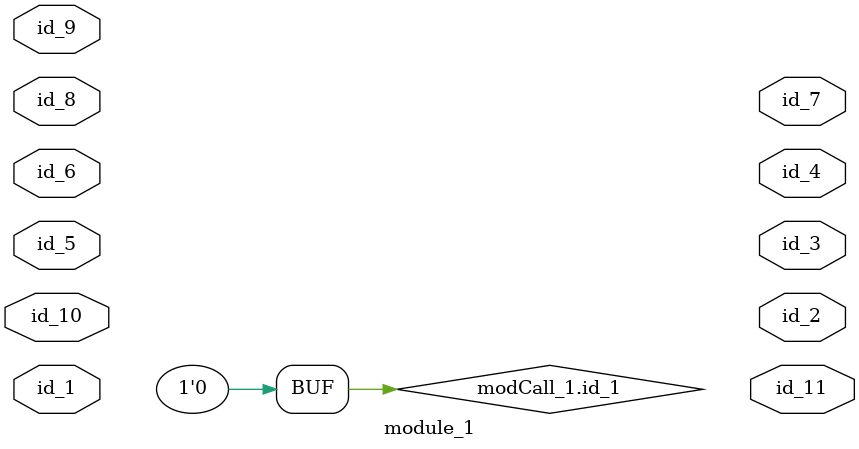
<source format=v>
module module_0;
  assign #1 id_1.id_1 = -1;
endmodule
module module_1 (
    id_1,
    id_2,
    id_3,
    id_4,
    id_5,
    id_6,
    id_7,
    id_8,
    id_9,
    id_10,
    id_11
);
  output wire id_11;
  input wire id_10;
  input wire id_9;
  inout wire id_8;
  output wire id_7;
  input wire id_6;
  inout wire id_5;
  output wire id_4;
  output wire id_3;
  output wire id_2;
  inout wire id_1;
  wire id_12, id_13;
  wire id_14;
  wire id_15, id_16;
  wire id_17;
  module_0 modCall_1 ();
  assign modCall_1.id_1 = 0;
endmodule

</source>
